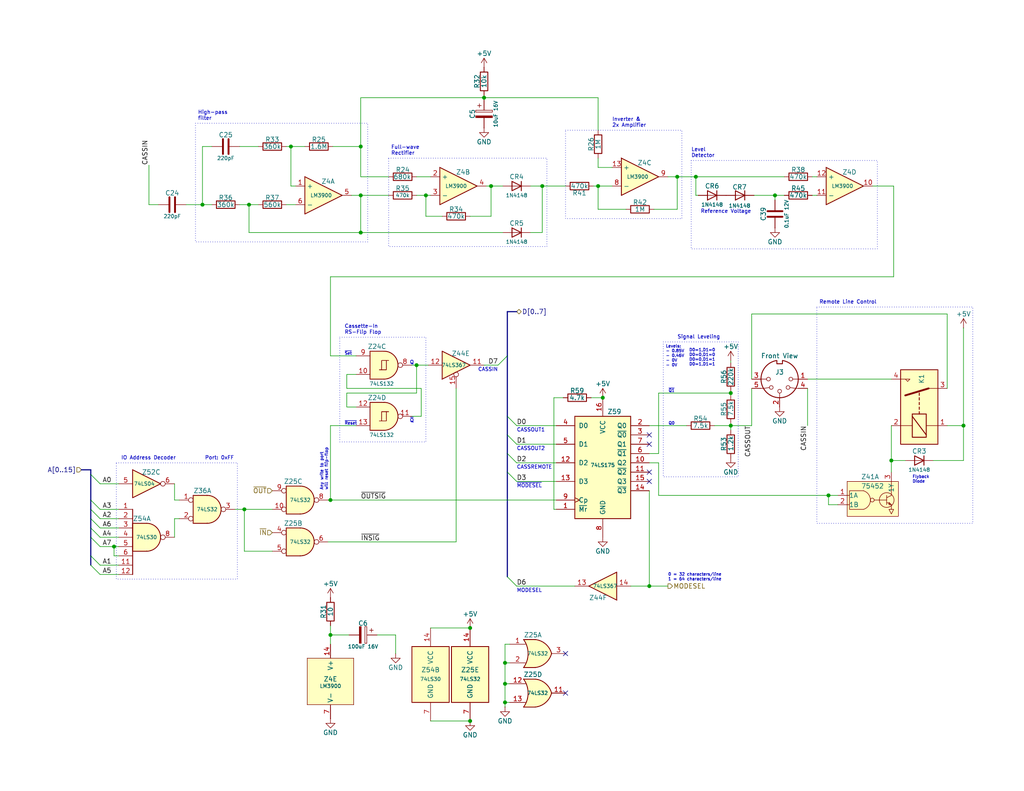
<source format=kicad_sch>
(kicad_sch (version 20231120) (generator "eeschema") (generator_version "8.0")
  (paper "USLetter")
  (title_block (title "TRS-80 Model I Rev A") (date "2024-11-20") (rev "E1A-A") (company "RetroStack - Marcel Erz") (comment 2 "Cassette motor control, input & output circuits, IO decoding, and video mode selection") (comment 4 "Cassette Interface with Video Mode Select"))
  (lib_symbols
    (symbol "74xx:74LS04"
      (property "Reference" "U" (at 0 1.27 0))
      (property "Value" "74LS04" (at 0 -1.27 0))
      (symbol "74LS04_1_0"
        (pin input line (at -7.62 0 0) (length 3.81) (name "~") (number "1"))
        (pin output inverted (at 7.62 0 180) (length 3.81) (name "~") (number "2"))
      )
      (symbol "74LS04_2_0"
        (pin input line (at -7.62 0 0) (length 3.81) (name "~") (number "3"))
        (pin output inverted (at 7.62 0 180) (length 3.81) (name "~") (number "4"))
      )
      (symbol "74LS04_3_0"
        (pin input line (at -7.62 0 0) (length 3.81) (name "~") (number "5"))
        (pin output inverted (at 7.62 0 180) (length 3.81) (name "~") (number "6"))
      )
      (symbol "74LS04_4_0"
        (pin output inverted (at 7.62 0 180) (length 3.81) (name "~") (number "8"))
        (pin input line (at -7.62 0 0) (length 3.81) (name "~") (number "9"))
      )
      (symbol "74LS04_5_0"
        (pin output inverted (at 7.62 0 180) (length 3.81) (name "~") (number "10"))
        (pin input line (at -7.62 0 0) (length 3.81) (name "~") (number "11"))
      )
      (symbol "74LS04_6_0"
        (pin output inverted (at 7.62 0 180) (length 3.81) (name "~") (number "12"))
        (pin input line (at -7.62 0 0) (length 3.81) (name "~") (number "13"))
      )
      (symbol "74LS04_7_0"
        (pin power_in line (at 0 12.7 270) (length 5.08) (name "VCC") (number "14"))
        (pin power_in line (at 0 -12.7 90) (length 5.08) (name "GND") (number "7"))
      )
    )
    (symbol "74xx:74LS132" (pin_names (offset 1.016))
      (property "Reference" "U" (at 0 1.27 0))
      (property "Value" "74LS132" (at 0 -1.27 0))
      (symbol "74LS132_1_1"
        (pin input line (at -7.62 2.54 0) (length 3.81) (name "~") (number "1"))
        (pin input line (at -7.62 -2.54 0) (length 3.81) (name "~") (number "2"))
        (pin output inverted (at 7.62 0 180) (length 3.81) (name "~") (number "3"))
      )
      (symbol "74LS132_1_2"
        (pin input inverted (at -7.62 2.54 0) (length 4.318) (name "~") (number "1"))
        (pin input inverted (at -7.62 -2.54 0) (length 4.318) (name "~") (number "2"))
        (pin output line (at 7.62 0 180) (length 3.81) (name "~") (number "3"))
      )
      (symbol "74LS132_2_1"
        (pin input line (at -7.62 2.54 0) (length 3.81) (name "~") (number "4"))
        (pin input line (at -7.62 -2.54 0) (length 3.81) (name "~") (number "5"))
        (pin output inverted (at 7.62 0 180) (length 3.81) (name "~") (number "6"))
      )
      (symbol "74LS132_2_2"
        (pin input inverted (at -7.62 2.54 0) (length 4.318) (name "~") (number "4"))
        (pin input inverted (at -7.62 -2.54 0) (length 4.318) (name "~") (number "5"))
        (pin output line (at 7.62 0 180) (length 3.81) (name "~") (number "6"))
      )
      (symbol "74LS132_3_1"
        (pin input line (at -7.62 -2.54 0) (length 3.81) (name "~") (number "10"))
        (pin output inverted (at 7.62 0 180) (length 3.81) (name "~") (number "8"))
        (pin input line (at -7.62 2.54 0) (length 3.81) (name "~") (number "9"))
      )
      (symbol "74LS132_3_2"
        (pin input inverted (at -7.62 -2.54 0) (length 4.318) (name "~") (number "10"))
        (pin output line (at 7.62 0 180) (length 3.81) (name "~") (number "8"))
        (pin input inverted (at -7.62 2.54 0) (length 4.318) (name "~") (number "9"))
      )
      (symbol "74LS132_4_1"
        (pin output inverted (at 7.62 0 180) (length 3.81) (name "~") (number "11"))
        (pin input line (at -7.62 2.54 0) (length 3.81) (name "~") (number "12"))
        (pin input line (at -7.62 -2.54 0) (length 3.81) (name "~") (number "13"))
      )
      (symbol "74LS132_4_2"
        (pin output line (at 7.62 0 180) (length 3.81) (name "~") (number "11"))
        (pin input inverted (at -7.62 2.54 0) (length 4.318) (name "~") (number "12"))
        (pin input inverted (at -7.62 -2.54 0) (length 4.318) (name "~") (number "13"))
      )
      (symbol "74LS132_5_0"
        (pin power_in line (at 0 12.7 270) (length 5.08) (name "VCC") (number "14"))
        (pin power_in line (at 0 -12.7 90) (length 5.08) (name "GND") (number "7"))
      )
    )
    (symbol "74xx:74LS175" (pin_names (offset 1.016))
      (property "Reference" "U" (at -7.62 13.97 0))
      (property "Value" "74LS175" (at -7.62 -16.51 0))
      (symbol "74LS175_1_0"
        (pin input line (at -12.7 -12.7 0) (length 5.08) (name "~{Mr}") (number "1"))
        (pin output line (at 12.7 0 180) (length 5.08) (name "Q2") (number "10"))
        (pin output line (at 12.7 -2.54 180) (length 5.08) (name "~{Q2}") (number "11"))
        (pin input line (at -12.7 0 0) (length 5.08) (name "D2") (number "12"))
        (pin input line (at -12.7 -5.08 0) (length 5.08) (name "D3") (number "13"))
        (pin output line (at 12.7 -7.62 180) (length 5.08) (name "~{Q3}") (number "14"))
        (pin output line (at 12.7 -5.08 180) (length 5.08) (name "Q3") (number "15"))
        (pin power_in line (at 0 17.78 270) (length 5.08) (name "VCC") (number "16"))
        (pin output line (at 12.7 10.16 180) (length 5.08) (name "Q0") (number "2"))
        (pin output line (at 12.7 7.62 180) (length 5.08) (name "~{Q0}") (number "3"))
        (pin input line (at -12.7 10.16 0) (length 5.08) (name "D0") (number "4"))
        (pin input line (at -12.7 5.08 0) (length 5.08) (name "D1") (number "5"))
        (pin output line (at 12.7 2.54 180) (length 5.08) (name "~{Q1}") (number "6"))
        (pin output line (at 12.7 5.08 180) (length 5.08) (name "Q1") (number "7"))
        (pin power_in line (at 0 -20.32 90) (length 5.08) (name "GND") (number "8"))
        (pin input clock (at -12.7 -10.16 0) (length 5.08) (name "Cp") (number "9"))
      )
    )
    (symbol "74xx:74LS30" (pin_names (offset 1.016))
      (property "Reference" "U" (at 0 1.27 0))
      (property "Value" "74LS30" (at 0 -1.27 0))
      (symbol "74LS30_1_1"
        (pin input line (at -7.62 7.62 0) (length 3.81) (name "~") (number "1"))
        (pin input line (at -7.62 -7.62 0) (length 3.81) (name "~") (number "11"))
        (pin input line (at -7.62 -10.16 0) (length 3.81) (name "~") (number "12"))
        (pin input line (at -7.62 5.08 0) (length 3.81) (name "~") (number "2"))
        (pin input line (at -7.62 2.54 0) (length 3.81) (name "~") (number "3"))
        (pin input line (at -7.62 0 0) (length 3.81) (name "~") (number "4"))
        (pin input line (at -7.62 -2.54 0) (length 3.81) (name "~") (number "5"))
        (pin input line (at -7.62 -5.08 0) (length 3.81) (name "~") (number "6"))
        (pin output inverted (at 7.62 0 180) (length 3.81) (name "~") (number "8"))
      )
      (symbol "74LS30_1_2"
        (pin input inverted (at -7.62 7.62 0) (length 3.81) (name "~") (number "1"))
        (pin input inverted (at -7.62 -7.62 0) (length 3.81) (name "~") (number "11"))
        (pin input inverted (at -7.62 -10.16 0) (length 3.81) (name "~") (number "12"))
        (pin input inverted (at -7.62 5.08 0) (length 3.81) (name "~") (number "2"))
        (pin input inverted (at -7.62 2.54 0) (length 4.5466) (name "~") (number "3"))
        (pin input inverted (at -7.62 0 0) (length 5.08) (name "~") (number "4"))
        (pin input inverted (at -7.62 -2.54 0) (length 4.5466) (name "~") (number "5"))
        (pin input inverted (at -7.62 -5.08 0) (length 3.81) (name "~") (number "6"))
        (pin output line (at 7.62 0 180) (length 3.81) (name "~") (number "8"))
      )
      (symbol "74LS30_2_0"
        (pin power_in line (at 0 12.7 270) (length 5.08) (name "VCC") (number "14"))
        (pin power_in line (at 0 -12.7 90) (length 5.08) (name "GND") (number "7"))
      )
    )
    (symbol "74xx:74LS32" (pin_names (offset 1.016))
      (property "Reference" "U" (at 0 1.27 0))
      (property "Value" "74LS32" (at 0 -1.27 0))
      (symbol "74LS32_1_1"
        (pin input line (at -7.62 2.54 0) (length 4.318) (name "~") (number "1"))
        (pin input line (at -7.62 -2.54 0) (length 4.318) (name "~") (number "2"))
        (pin output line (at 7.62 0 180) (length 3.81) (name "~") (number "3"))
      )
      (symbol "74LS32_1_2"
        (pin input inverted (at -7.62 2.54 0) (length 3.81) (name "~") (number "1"))
        (pin input inverted (at -7.62 -2.54 0) (length 3.81) (name "~") (number "2"))
        (pin output inverted (at 7.62 0 180) (length 3.81) (name "~") (number "3"))
      )
      (symbol "74LS32_2_1"
        (pin input line (at -7.62 2.54 0) (length 4.318) (name "~") (number "4"))
        (pin input line (at -7.62 -2.54 0) (length 4.318) (name "~") (number "5"))
        (pin output line (at 7.62 0 180) (length 3.81) (name "~") (number "6"))
      )
      (symbol "74LS32_2_2"
        (pin input inverted (at -7.62 2.54 0) (length 3.81) (name "~") (number "4"))
        (pin input inverted (at -7.62 -2.54 0) (length 3.81) (name "~") (number "5"))
        (pin output inverted (at 7.62 0 180) (length 3.81) (name "~") (number "6"))
      )
      (symbol "74LS32_3_1"
        (pin input line (at -7.62 -2.54 0) (length 4.318) (name "~") (number "10"))
        (pin output line (at 7.62 0 180) (length 3.81) (name "~") (number "8"))
        (pin input line (at -7.62 2.54 0) (length 4.318) (name "~") (number "9"))
      )
      (symbol "74LS32_3_2"
        (pin input inverted (at -7.62 -2.54 0) (length 3.81) (name "~") (number "10"))
        (pin output inverted (at 7.62 0 180) (length 3.81) (name "~") (number "8"))
        (pin input inverted (at -7.62 2.54 0) (length 3.81) (name "~") (number "9"))
      )
      (symbol "74LS32_4_1"
        (pin output line (at 7.62 0 180) (length 3.81) (name "~") (number "11"))
        (pin input line (at -7.62 2.54 0) (length 4.318) (name "~") (number "12"))
        (pin input line (at -7.62 -2.54 0) (length 4.318) (name "~") (number "13"))
      )
      (symbol "74LS32_4_2"
        (pin output inverted (at 7.62 0 180) (length 3.81) (name "~") (number "11"))
        (pin input inverted (at -7.62 2.54 0) (length 3.81) (name "~") (number "12"))
        (pin input inverted (at -7.62 -2.54 0) (length 3.81) (name "~") (number "13"))
      )
      (symbol "74LS32_5_0"
        (pin power_in line (at 0 12.7 270) (length 5.08) (name "VCC") (number "14"))
        (pin power_in line (at 0 -12.7 90) (length 5.08) (name "GND") (number "7"))
      )
    )
    (symbol "Connector:DIN-5_180degree" (pin_names (offset 1.016))
      (property "Reference" "J" (at 3.175 5.715 0))
      (property "Value" "DIN-5_180degree" (at 0 -6.35 0))
      (symbol "DIN-5_180degree_1_1"
        (pin passive line (at -7.62 0 0) (length 2.54) (name "~") (number "1"))
        (pin passive line (at 0 7.62 270) (length 2.54) (name "~") (number "2"))
        (pin passive line (at 7.62 0 180) (length 2.54) (name "~") (number "3"))
        (pin passive line (at -7.62 2.54 0) (length 2.54) (name "~") (number "4"))
        (pin passive line (at 7.62 2.54 180) (length 2.54) (name "~") (number "5"))
      )
    )
    (symbol "Device:C" (pin_numbers hide) (pin_names (offset 0.254))
      (property "Reference" "C" (at 0.635 2.54 0))
      (property "Value" "C" (at 0.635 -2.54 0))
      (symbol "C_1_1"
        (pin passive line (at 0 3.81 270) (length 2.794) (name "~") (number "1"))
        (pin passive line (at 0 -3.81 90) (length 2.794) (name "~") (number "2"))
      )
    )
    (symbol "Device:C_Polarized" (pin_numbers hide) (pin_names (offset 0.254))
      (property "Reference" "C" (at 0.635 2.54 0))
      (property "Value" "C_Polarized" (at 0.635 -2.54 0))
      (symbol "C_Polarized_1_1"
        (pin passive line (at 0 3.81 270) (length 2.794) (name "~") (number "1"))
        (pin passive line (at 0 -3.81 90) (length 2.794) (name "~") (number "2"))
      )
    )
    (symbol "Device:D" (pin_numbers hide) (pin_names (offset 1.016) hide)
      (property "Reference" "D" (at 0 2.54 0))
      (property "Value" "D" (at 0 -2.54 0))
      (symbol "D_1_1"
        (pin passive line (at -3.81 0 0) (length 2.54) (name "K") (number "1"))
        (pin passive line (at 3.81 0 180) (length 2.54) (name "A") (number "2"))
      )
    )
    (symbol "Device:R" (pin_numbers hide) (pin_names (offset 0))
      (property "Reference" "R" (at 2.032 0 90))
      (property "Value" "R" (at 0 0 90))
      (symbol "R_1_1"
        (pin passive line (at 0 3.81 270) (length 1.27) (name "~") (number "1"))
        (pin passive line (at 0 -3.81 90) (length 1.27) (name "~") (number "2"))
      )
    )
    (symbol "RetroStackLibrary:74LS367_Split" (pin_names (offset 1.016))
      (property "Reference" "U" (at 0 1.27 0))
      (property "Value" "74LS367" (at 0 -1.27 0))
      (symbol "74LS367_Split_1_0"
        (pin input inverted (at 0 6.35 270) (length 4.445) (name "~") (number "1"))
        (pin input line (at -7.62 0 0) (length 3.81) (name "~") (number "2"))
        (pin tri_state line (at 7.62 0 180) (length 3.81) (name "~") (number "3"))
      )
      (symbol "74LS367_Split_2_0"
        (pin input line (at -7.62 0 0) (length 3.81) (name "~") (number "4"))
        (pin tri_state line (at 7.62 0 180) (length 3.81) (name "~") (number "5"))
      )
      (symbol "74LS367_Split_3_0"
        (pin input line (at -7.62 0 0) (length 3.81) (name "~") (number "6"))
        (pin tri_state line (at 7.62 0 180) (length 3.81) (name "~") (number "7"))
      )
      (symbol "74LS367_Split_4_0"
        (pin input line (at -7.62 0 0) (length 3.81) (name "~") (number "10"))
        (pin tri_state line (at 7.62 0 180) (length 3.81) (name "~") (number "9"))
      )
      (symbol "74LS367_Split_5_0"
        (pin tri_state line (at 8.255 -6.35 180) (length 3.81) (name "~") (number "11"))
        (pin input line (at -6.985 -6.35 0) (length 3.81) (name "~") (number "12"))
        (pin input inverted (at 0.635 0 270) (length 4.445) (name "~") (number "15"))
      )
      (symbol "74LS367_Split_6_0"
        (pin tri_state line (at 7.62 0 180) (length 3.81) (name "~") (number "13"))
        (pin input line (at -7.62 0 0) (length 3.81) (name "~") (number "14"))
      )
      (symbol "74LS367_Split_7_0"
        (pin power_in line (at 0 1.905 270) (length 5.08) (name "VCC") (number "16"))
        (pin power_in line (at 0 -23.495 90) (length 5.08) (name "GND") (number "8"))
      )
    )
    (symbol "RetroStackLibrary:75452"
      (property "Reference" "U" (at 0 0 0))
      (property "Value" "75452" (at 0 -2.54 0))
      (symbol "75452_1_1"
        (pin input line (at -9.525 -5.08 0) (length 2.54) (name "1A") (number "1"))
        (pin input line (at -9.525 -7.62 0) (length 2.54) (name "1B") (number "2"))
        (pin passive line (at 5.08 1.27 270) (length 2.54) (name "1Y") (number "3"))
      )
      (symbol "75452_2_1"
        (pin passive line (at 5.08 1.27 270) (length 2.54) (name "2Y") (number "5"))
        (pin input line (at -9.525 -5.08 0) (length 2.54) (name "2A") (number "6"))
        (pin input line (at -9.525 -7.62 0) (length 2.54) (name "2B") (number "7"))
      )
      (symbol "75452_3_1"
        (pin passive line (at -1.905 -19.05 90) (length 2.54) (name "GND") (number "4"))
        (pin passive line (at -1.905 1.27 270) (length 2.54) (name "VCC") (number "8"))
      )
    )
    (symbol "RetroStackLibrary:LM3900"
      (property "Reference" "U" (at 0 5.08 0))
      (property "Value" "LM3900" (at 0 -3.175 0))
      (symbol "LM3900_1_1"
        (pin input line (at -7.62 2.54 0) (length 2.54) (name "+") (number "1"))
        (pin output line (at 7.62 0 180) (length 2.54) (name "~") (number "5"))
        (pin input line (at -7.62 -2.54 0) (length 2.54) (name "-") (number "6"))
      )
      (symbol "LM3900_2_1"
        (pin input line (at -7.62 2.54 0) (length 2.54) (name "+") (number "2"))
        (pin input line (at -7.62 -2.54 0) (length 2.54) (name "-") (number "3"))
        (pin output line (at 7.62 0 180) (length 2.54) (name "~") (number "4"))
      )
      (symbol "LM3900_3_1"
        (pin input line (at -7.62 2.54 0) (length 2.54) (name "+") (number "13"))
        (pin input line (at -7.62 -2.54 0) (length 2.54) (name "-") (number "8"))
        (pin output line (at 7.62 0 180) (length 2.54) (name "~") (number "9"))
      )
      (symbol "LM3900_4_1"
        (pin output line (at 7.62 0 180) (length 2.54) (name "~") (number "10"))
        (pin input line (at -7.62 -2.54 0) (length 2.54) (name "-") (number "11"))
        (pin input line (at -7.62 2.54 0) (length 2.54) (name "+") (number "12"))
      )
      (symbol "LM3900_5_1"
        (pin passive line (at 0 7.62 270) (length 3.81) (name "V+") (number "14"))
        (pin passive line (at 0 -12.7 90) (length 3.81) (name "V-") (number "7"))
      )
    )
    (symbol "RetroStackLibrary:TRS80_Model_I_Relay_NO"
      (property "Reference" "K" (at 11.43 3.81 0))
      (property "Value" "Relay_SPST-NO" (at 11.43 1.27 0))
      (symbol "TRS80_Model_I_Relay_NO_1_1"
        (pin passive line (at -5.08 -7.62 90) (length 2.54) (name "~") (number "1"))
        (pin passive line (at -5.08 7.62 270) (length 2.54) (name "~") (number "2"))
        (pin passive line (at 5.08 -7.62 90) (length 2.54) (name "~") (number "3"))
        (pin passive line (at 7.62 7.62 270) (length 2.54) (name "~") (number "4"))
      )
    )
    (symbol "power:+5V" (power) (pin_numbers hide) (pin_names (offset 0) hide)
      (property "Value" "+5V" (at 0 3.556 0))
      (symbol "+5V_1_1"
        (pin power_in line (at 0 0 90) (length 0) (name "~") (number "1"))
      )
    )
    (symbol "power:GND" (power) (pin_numbers hide) (pin_names (offset 0) hide)
      (property "Value" "GND" (at 0 -3.81 0))
      (symbol "GND_1_1"
        (pin power_in line (at 0 0 270) (length 0) (name "~") (number "1"))
      )
    )
  )
  (junction (at 163.195 50.8))
  (junction (at 164.465 108.585))
  (junction (at 116.205 53.34))
  (junction (at 90.17 136.525))
  (junction (at 177.165 160.02))
  (junction (at 113.665 99.695))
  (junction (at 90.17 173.355))
  (junction (at 199.39 116.205))
  (junction (at 211.455 53.34))
  (junction (at 79.375 40.005))
  (junction (at 98.425 63.5))
  (junction (at 199.39 107.315))
  (junction (at 147.955 50.8))
  (junction (at 226.06 135.255))
  (junction (at 98.425 53.34))
  (junction (at 67.945 55.88))
  (junction (at 137.795 186.69))
  (junction (at 98.425 40.005))
  (junction (at 31.115 149.225))
  (junction (at 132.08 26.67))
  (junction (at 128.27 171.45))
  (junction (at 262.89 116.205))
  (junction (at 184.785 48.26))
  (junction (at 137.795 180.975))
  (junction (at 66.675 139.065))
  (junction (at 133.985 50.8))
  (junction (at 55.245 55.88))
  (junction (at 128.27 196.85))
  (junction (at 137.795 191.77))
  (junction (at 189.865 48.26))
  (junction (at 243.205 125.73))
  (no_connect (at 177.165 128.905))
  (no_connect (at 177.165 121.285))
  (no_connect (at 177.165 118.745))
  (no_connect (at 154.305 189.23))
  (no_connect (at 154.305 178.435))
  (no_connect (at 177.165 131.445))
  (bus_entry (at 24.765 139.065) (size 2.54 2.54))
  (bus_entry (at 140.97 131.445) (size -2.54 -2.54))
  (bus_entry (at 140.97 121.285) (size -2.54 -2.54))
  (bus_entry (at 140.97 160.02) (size -2.54 -2.54))
  (bus_entry (at 24.765 146.685) (size 2.54 2.54))
  (bus_entry (at 24.765 141.605) (size 2.54 2.54))
  (bus_entry (at 140.97 126.365) (size -2.54 -2.54))
  (bus_entry (at 135.89 99.695) (size 2.54 -2.54))
  (bus_entry (at 24.765 154.305) (size 2.54 2.54))
  (bus_entry (at 24.765 144.145) (size 2.54 2.54))
  (bus_entry (at 24.765 129.54) (size 2.54 2.54))
  (bus_entry (at 24.765 136.525) (size 2.54 2.54))
  (bus_entry (at 140.97 116.205) (size -2.54 -2.54))
  (bus_entry (at 24.765 151.765) (size 2.54 2.54))
  (wire (pts (xy 74.295 150.495) (xy 66.675 150.495)))
  (bus (pts (xy 138.43 113.665) (xy 138.43 118.745)))
  (wire (pts (xy 27.305 132.08) (xy 32.385 132.08)))
  (bus (pts (xy 24.765 141.605) (xy 24.765 139.065)))
  (wire (pts (xy 187.325 116.205) (xy 177.165 116.205)))
  (wire (pts (xy 78.105 55.88) (xy 80.645 55.88)))
  (wire (pts (xy 184.785 57.15) (xy 184.785 48.26)))
  (wire (pts (xy 79.375 50.8) (xy 80.645 50.8)))
  (wire (pts (xy 220.345 103.505) (xy 243.205 103.505)))
  (wire (pts (xy 27.305 146.685) (xy 32.385 146.685)))
  (wire (pts (xy 226.06 137.795) (xy 226.06 135.255)))
  (wire (pts (xy 133.985 50.8) (xy 132.715 50.8)))
  (wire (pts (xy 94.615 102.235) (xy 94.615 106.045)))
  (wire (pts (xy 189.865 48.26) (xy 213.995 48.26)))
  (wire (pts (xy 47.625 136.525) (xy 47.625 132.08)))
  (wire (pts (xy 31.115 151.765) (xy 31.115 149.225)))
  (wire (pts (xy 113.665 48.26) (xy 117.475 48.26)))
  (wire (pts (xy 137.795 180.975) (xy 137.795 186.69)))
  (bus (pts (xy 138.43 85.09) (xy 140.97 85.09)))
  (bus (pts (xy 138.43 97.155) (xy 138.43 113.665)))
  (wire (pts (xy 32.385 151.765) (xy 31.115 151.765)))
  (wire (pts (xy 254.635 125.73) (xy 262.89 125.73)))
  (bus (pts (xy 138.43 128.905) (xy 138.43 157.48)))
  (bus (pts (xy 138.43 118.745) (xy 138.43 123.825)))
  (wire (pts (xy 205.105 106.045) (xy 205.105 116.205)))
  (wire (pts (xy 97.155 97.155) (xy 90.17 97.155)))
  (wire (pts (xy 90.17 116.205) (xy 90.17 136.525)))
  (wire (pts (xy 65.405 40.005) (xy 70.485 40.005)))
  (wire (pts (xy 116.205 53.34) (xy 113.665 53.34)))
  (wire (pts (xy 48.895 141.605) (xy 47.625 141.605)))
  (wire (pts (xy 116.205 59.055) (xy 116.205 53.34)))
  (wire (pts (xy 199.39 98.425) (xy 199.39 99.06)))
  (wire (pts (xy 55.245 55.88) (xy 55.245 40.005)))
  (wire (pts (xy 89.535 136.525) (xy 90.17 136.525)))
  (wire (pts (xy 98.425 63.5) (xy 137.16 63.5)))
  (wire (pts (xy 177.165 160.02) (xy 182.245 160.02)))
  (wire (pts (xy 258.445 85.725) (xy 258.445 106.045)))
  (wire (pts (xy 83.185 40.005) (xy 79.375 40.005)))
  (wire (pts (xy 95.25 173.355) (xy 90.17 173.355)))
  (wire (pts (xy 98.425 26.67) (xy 98.425 40.005)))
  (wire (pts (xy 114.935 113.665) (xy 112.395 113.665)))
  (bus (pts (xy 22.225 128.27) (xy 24.765 128.27)))
  (wire (pts (xy 57.785 55.88) (xy 55.245 55.88)))
  (wire (pts (xy 194.945 116.205) (xy 199.39 116.205)))
  (wire (pts (xy 97.155 116.205) (xy 90.17 116.205)))
  (wire (pts (xy 102.87 173.355) (xy 107.95 173.355)))
  (wire (pts (xy 79.375 40.005) (xy 79.375 50.8)))
  (wire (pts (xy 137.795 186.69) (xy 139.065 186.69)))
  (wire (pts (xy 153.67 108.585) (xy 151.13 108.585)))
  (wire (pts (xy 228.6 137.795) (xy 226.06 137.795)))
  (wire (pts (xy 90.17 75.565) (xy 243.84 75.565)))
  (wire (pts (xy 132.08 26.035) (xy 132.08 26.67)))
  (wire (pts (xy 132.08 26.67) (xy 98.425 26.67)))
  (wire (pts (xy 179.705 123.825) (xy 177.165 123.825)))
  (wire (pts (xy 184.785 48.26) (xy 189.865 48.26)))
  (wire (pts (xy 90.17 136.525) (xy 151.765 136.525)))
  (wire (pts (xy 137.16 50.8) (xy 133.985 50.8)))
  (wire (pts (xy 139.065 175.895) (xy 137.795 175.895)))
  (wire (pts (xy 43.18 55.88) (xy 40.64 55.88)))
  (wire (pts (xy 114.935 106.045) (xy 114.935 113.665)))
  (wire (pts (xy 98.425 53.34) (xy 95.885 53.34)))
  (wire (pts (xy 89.535 147.955) (xy 124.46 147.955)))
  (wire (pts (xy 137.795 186.69) (xy 137.795 191.77)))
  (wire (pts (xy 132.08 99.695) (xy 135.89 99.695)))
  (wire (pts (xy 64.135 139.065) (xy 66.675 139.065)))
  (bus (pts (xy 138.43 85.09) (xy 138.43 97.155)))
  (bus (pts (xy 24.765 154.305) (xy 24.765 151.765)))
  (wire (pts (xy 66.675 150.495) (xy 66.675 139.065)))
  (wire (pts (xy 128.27 59.055) (xy 133.985 59.055)))
  (wire (pts (xy 66.675 139.065) (xy 74.295 139.065)))
  (wire (pts (xy 27.305 156.845) (xy 32.385 156.845)))
  (wire (pts (xy 243.84 50.8) (xy 238.125 50.8)))
  (wire (pts (xy 172.085 160.02) (xy 177.165 160.02)))
  (wire (pts (xy 132.08 26.67) (xy 163.195 26.67)))
  (wire (pts (xy 163.195 43.18) (xy 163.195 45.72)))
  (bus (pts (xy 24.765 139.065) (xy 24.765 136.525)))
  (wire (pts (xy 179.705 135.255) (xy 226.06 135.255)))
  (wire (pts (xy 65.405 55.88) (xy 67.945 55.88)))
  (wire (pts (xy 117.475 196.85) (xy 128.27 196.85)))
  (wire (pts (xy 205.105 103.505) (xy 205.105 85.725)))
  (wire (pts (xy 177.165 160.02) (xy 177.165 133.985)))
  (wire (pts (xy 178.435 57.15) (xy 184.785 57.15)))
  (wire (pts (xy 179.705 126.365) (xy 179.705 135.255)))
  (wire (pts (xy 258.445 116.205) (xy 262.89 116.205)))
  (bus (pts (xy 24.765 136.525) (xy 24.765 129.54)))
  (bus (pts (xy 138.43 123.825) (xy 138.43 128.905)))
  (wire (pts (xy 112.395 99.695) (xy 113.665 99.695)))
  (wire (pts (xy 179.705 107.315) (xy 199.39 107.315)))
  (wire (pts (xy 243.205 116.205) (xy 243.205 125.73)))
  (wire (pts (xy 163.195 45.72) (xy 167.005 45.72)))
  (bus (pts (xy 24.765 146.685) (xy 24.765 144.145)))
  (wire (pts (xy 151.13 139.065) (xy 151.765 139.065)))
  (wire (pts (xy 113.665 99.695) (xy 116.84 99.695)))
  (wire (pts (xy 199.39 117.475) (xy 199.39 116.205)))
  (wire (pts (xy 199.39 115.57) (xy 199.39 116.205)))
  (wire (pts (xy 151.13 108.585) (xy 151.13 139.065)))
  (wire (pts (xy 179.705 107.315) (xy 179.705 123.825)))
  (wire (pts (xy 90.17 97.155) (xy 90.17 75.565)))
  (wire (pts (xy 221.615 48.26) (xy 222.885 48.26)))
  (wire (pts (xy 140.97 160.02) (xy 156.845 160.02)))
  (wire (pts (xy 90.17 173.355) (xy 90.17 175.895)))
  (wire (pts (xy 117.475 171.45) (xy 128.27 171.45)))
  (wire (pts (xy 137.795 191.77) (xy 137.795 193.04)))
  (wire (pts (xy 55.245 40.005) (xy 57.785 40.005)))
  (wire (pts (xy 221.615 53.34) (xy 222.885 53.34)))
  (wire (pts (xy 94.615 107.315) (xy 94.615 111.125)))
  (wire (pts (xy 98.425 63.5) (xy 67.945 63.5)))
  (wire (pts (xy 78.105 40.005) (xy 79.375 40.005)))
  (wire (pts (xy 177.165 126.365) (xy 179.705 126.365)))
  (wire (pts (xy 199.39 106.68) (xy 199.39 107.315)))
  (wire (pts (xy 140.97 126.365) (xy 151.765 126.365)))
  (wire (pts (xy 140.97 131.445) (xy 151.765 131.445)))
  (wire (pts (xy 220.345 106.045) (xy 220.345 116.205)))
  (wire (pts (xy 31.115 149.225) (xy 32.385 149.225)))
  (wire (pts (xy 163.195 50.8) (xy 163.195 57.15)))
  (wire (pts (xy 147.955 50.8) (xy 154.305 50.8)))
  (wire (pts (xy 161.925 50.8) (xy 163.195 50.8)))
  (wire (pts (xy 137.795 175.895) (xy 137.795 180.975)))
  (wire (pts (xy 67.945 63.5) (xy 67.945 55.88)))
  (wire (pts (xy 106.045 48.26) (xy 98.425 48.26)))
  (wire (pts (xy 90.805 40.005) (xy 98.425 40.005)))
  (wire (pts (xy 182.245 48.26) (xy 184.785 48.26)))
  (bus (pts (xy 24.765 151.765) (xy 24.765 146.685)))
  (bus (pts (xy 24.765 129.54) (xy 24.765 128.27)))
  (wire (pts (xy 262.89 116.205) (xy 262.89 89.535)))
  (wire (pts (xy 113.665 99.695) (xy 113.665 107.315)))
  (wire (pts (xy 55.245 55.88) (xy 50.8 55.88)))
  (wire (pts (xy 98.425 63.5) (xy 98.425 53.34)))
  (wire (pts (xy 90.17 170.815) (xy 90.17 173.355)))
  (wire (pts (xy 163.195 26.67) (xy 163.195 35.56)))
  (wire (pts (xy 211.455 53.34) (xy 211.455 54.61)))
  (wire (pts (xy 147.955 63.5) (xy 147.955 50.8)))
  (wire (pts (xy 226.06 135.255) (xy 228.6 135.255)))
  (wire (pts (xy 199.39 107.315) (xy 199.39 107.95)))
  (wire (pts (xy 205.74 53.34) (xy 211.455 53.34)))
  (wire (pts (xy 132.08 27.305) (xy 132.08 26.67)))
  (wire (pts (xy 48.895 136.525) (xy 47.625 136.525)))
  (wire (pts (xy 140.97 121.285) (xy 151.765 121.285)))
  (wire (pts (xy 67.945 55.88) (xy 70.485 55.88)))
  (wire (pts (xy 124.46 147.955) (xy 124.46 106.045)))
  (wire (pts (xy 161.29 108.585) (xy 164.465 108.585)))
  (wire (pts (xy 199.39 116.205) (xy 205.105 116.205)))
  (wire (pts (xy 27.305 141.605) (xy 32.385 141.605)))
  (wire (pts (xy 94.615 111.125) (xy 97.155 111.125)))
  (wire (pts (xy 106.045 53.34) (xy 98.425 53.34)))
  (wire (pts (xy 27.305 139.065) (xy 32.385 139.065)))
  (wire (pts (xy 94.615 106.045) (xy 114.935 106.045)))
  (wire (pts (xy 27.305 144.145) (xy 32.385 144.145)))
  (wire (pts (xy 189.865 53.34) (xy 189.865 48.26)))
  (wire (pts (xy 243.205 125.73) (xy 247.015 125.73)))
  (wire (pts (xy 243.84 75.565) (xy 243.84 50.8)))
  (wire (pts (xy 140.97 116.205) (xy 151.765 116.205)))
  (wire (pts (xy 205.105 85.725) (xy 258.445 85.725)))
  (wire (pts (xy 47.625 141.605) (xy 47.625 146.685)))
  (wire (pts (xy 113.665 107.315) (xy 94.615 107.315)))
  (wire (pts (xy 117.475 53.34) (xy 116.205 53.34)))
  (wire (pts (xy 97.155 102.235) (xy 94.615 102.235)))
  (wire (pts (xy 120.65 59.055) (xy 116.205 59.055)))
  (wire (pts (xy 27.305 149.225) (xy 31.115 149.225)))
  (wire (pts (xy 144.78 63.5) (xy 147.955 63.5)))
  (wire (pts (xy 137.795 191.77) (xy 139.065 191.77)))
  (wire (pts (xy 211.455 53.34) (xy 213.995 53.34)))
  (wire (pts (xy 133.985 59.055) (xy 133.985 50.8)))
  (wire (pts (xy 107.95 173.355) (xy 107.95 178.435)))
  (wire (pts (xy 163.195 57.15) (xy 170.815 57.15)))
  (bus (pts (xy 24.765 144.145) (xy 24.765 141.605)))
  (wire (pts (xy 98.425 48.26) (xy 98.425 40.005)))
  (wire (pts (xy 40.64 45.085) (xy 40.64 55.88)))
  (wire (pts (xy 163.195 50.8) (xy 167.005 50.8)))
  (wire (pts (xy 137.795 180.975) (xy 139.065 180.975)))
  (wire (pts (xy 144.78 50.8) (xy 147.955 50.8)))
  (wire (pts (xy 27.305 154.305) (xy 32.385 154.305)))
  (wire (pts (xy 189.865 53.34) (xy 190.5 53.34)))
  (wire (pts (xy 262.89 125.73) (xy 262.89 116.205)))
  (wire (pts (xy 243.205 128.905) (xy 243.205 125.73)))
  (rectangle (start 92.71 92.075) (end 116.205 120.65) (stroke (width 0) (type dot)))
  (rectangle (start 180.975 93.345) (end 201.422 130.175) (stroke (width 0) (type dot)))
  (rectangle (start 53.34 33.655) (end 100.33 66.04) (stroke (width 0) (type dot)))
  (rectangle (start 106.045 43.18) (end 149.225 67.31) (stroke (width 0) (type dot)))
  (rectangle (start 222.885 83.82) (end 265.43 142.875) (stroke (width 0) (type dot)))
  (rectangle (start 154.305 35.56) (end 186.055 59.69) (stroke (width 0) (type dot)))
  (rectangle (start 31.75 126.365) (end 64.77 158.115) (stroke (width 0) (type dot)))
  (rectangle (start 188.595 43.815) (end 239.395 67.945) (stroke (width 0) (type dot)))
  (text "~{MODESEL}" (at 140.97 133.35 0) (effects (font (size 1 1)) (justify left bottom)))
  (text "0 = 32 characters/line\n1 = 64 characters/line\n" (at 182.245 158.75 0) (effects (font (size 0.8 0.8)) (justify left bottom)))
  (text "Full-wave\nRectifier" (at 106.68 42.545 0) (effects (font (size 1 1)) (justify left bottom)))
  (text "Level\nDetector" (at 188.595 43.18 0) (effects (font (size 1 1)) (justify left bottom)))
  (text "Q0" (at 184.15 116.205 0) (effects (font (size 0.8 0.8)) (justify right bottom)))
  (text "High-pass\nfilter" (at 53.975 33.02 0) (effects (font (size 1 1)) (justify left bottom)))
  (text "Reference Voltage" (at 191.135 58.42 0) (effects (font (size 1 1)) (justify left bottom)))
  (text "Any write to port\nwill reset flip-flop" (at 89.535 133.985 90) (effects (font (size 0.8 0.8)) (justify left bottom)))
  (text "IO Address Decoder" (at 33.02 125.73 0) (effects (font (size 1 1)) (justify left bottom)))
  (text "CASSREMOTE" (at 140.97 128.27 0) (effects (font (size 1 1)) (justify left bottom)))
  (text "Remote Line Control" (at 223.52 83.185 0) (effects (font (size 1 1)) (justify left bottom)))
  (text "Port: 0xFF" (at 55.88 125.73 0) (effects (font (size 1 1)) (justify left bottom)))
  (text "~{Q}" (at 111.76 115.57 0) (effects (font (size 1 1)) (justify left bottom)))
  (text "Q" (at 111.76 99.695 0) (effects (font (size 1 1)) (justify left bottom)))
  (text "CASSOUT1" (at 140.97 118.11 0) (effects (font (size 1 1)) (justify left bottom)))
  (text "Flyback\nDiode" (at 248.92 132.08 0) (effects (font (size 0.8 0.8)) (justify left bottom)))
  (text "Signal Leveling" (at 184.785 92.71 0) (effects (font (size 1 1)) (justify left bottom)))
  (text "CASSOUT2" (at 140.97 123.19 0) (effects (font (size 1 1)) (justify left bottom)))
  (text "CASSIN" (at 135.89 101.6 0) (effects (font (size 1 1)) (justify right bottom)))
  (text "MODESEL" (at 140.97 161.925 0) (effects (font (size 1 1)) (justify left bottom)))
  (text "Cassette-In\nRS-Flip Flop" (at 93.98 91.44 0) (effects (font (size 1 1)) (justify left bottom)))
  (text "~{Q1}" (at 184.15 107.315 0) (effects (font (size 0.8 0.8)) (justify right bottom)))
  (text "Levels:\n- 0.85V\n- 0.46V\n- 0V\n- 0V" (at 181.61 100.33 0) (effects (font (size 0.8 0.8)) (justify left bottom)))
  (text "Inverter &\n2x Amplifier" (at 167.005 34.925 0) (effects (font (size 1 1)) (justify left bottom)))
  (text "~{Reset}" (at 93.98 116.205 0) (effects (font (size 0.8 0.8)) (justify left bottom)))
  (text "~{Set}" (at 93.98 97.155 0) (effects (font (size 0.8 0.8)) (justify left bottom)))
  (text "D0=1,D1=0\nD0=0,D1=0\nD0=0,D1=1\nD0=1,D1=1" (at 195.199 100.076 0) (effects (font (size 0.8 0.8)) (justify right bottom)))
  (label "A4" (at 27.94 146.685 0))
  (label "D0" (at 140.97 116.205 0))
  (label "A3" (at 27.94 139.065 0))
  (label "A7" (at 27.94 149.225 0))
  (label "D2" (at 140.97 126.365 0))
  (label "CASSOUT" (at 205.105 116.205 270))
  (label "~{INSIG}" (at 98.425 147.955 0))
  (label "A2" (at 27.94 141.605 0))
  (label "D3" (at 140.97 131.445 0))
  (label "D6" (at 140.97 160.02 0))
  (label "~{OUTSIG}" (at 98.425 136.525 0))
  (label "A6" (at 27.94 144.145 0))
  (label "CASSIN" (at 220.345 116.205 270))
  (label "A5" (at 27.94 156.845 0))
  (label "A1" (at 27.94 154.305 0))
  (label "D7" (at 135.89 99.695 180))
  (label "A0" (at 27.94 132.08 0))
  (label "D1" (at 140.97 121.285 0))
  (label "CASSIN" (at 40.64 45.085 90))
  (hierarchical_label "A[0..15]" (shape input) (at 22.225 128.27 180))
  (hierarchical_label "MODESEL" (shape output) (at 182.245 160.02 0))
  (hierarchical_label "D[0..7]" (shape bidirectional) (at 140.97 85.09 0))
  (hierarchical_label "~{IN}" (shape input) (at 74.295 145.415 180))
  (hierarchical_label "~{OUT}" (shape input) (at 74.295 133.985 180))
  (symbol (lib_id "Device:C_Polarized") (at 99.06 173.355 270) (unit 1)
    (property "Reference" "C6" (at 99.06 170.18 90))
    (property "Value" "100uF 16V" (at 99.06 176.53 90) (effects (font (size 1 1))))
    (property "Footprint" "RetroStackLibrary:TRS80_Model_I_C_Pol_Radial_10D_5P" (effects (hide yes)))
  )
  (symbol (lib_id "Device:R") (at 74.295 40.005 90) (mirror x) (unit 1)
    (property "Reference" "R33" (at 74.295 38.1 90))
    (property "Value" "360k" (at 74.295 40.005 90))
    (property "Footprint" "RetroStackLibrary:TRS80_Model_I_R_0.25W" (effects (hide yes)))
  )
  (symbol (lib_id "74xx:74LS32") (at 128.27 184.15 0) (unit 5)
    (property "Reference" "Z25" (at 128.27 182.88 0))
    (property "Value" "74LS32" (at 128.27 185.42 0) (effects (font (size 1 1))))
    (property "Footprint" "RetroStackLibrary:TRS80_Model_I_DIP14" (effects (hide yes)))
    (property "Datasheet" "http://www.ti.com/lit/gpn/sn74LS32" (effects (hide yes)))
  )
  (symbol (lib_id "Device:R") (at 86.995 40.005 90) (mirror x) (unit 1)
    (property "Reference" "R25" (at 86.995 38.1 90))
    (property "Value" "1.6M" (at 86.995 40.005 90))
    (property "Footprint" "RetroStackLibrary:TRS80_Model_I_R_0.25W" (effects (hide yes)))
  )
  (symbol (lib_id "Device:C") (at 211.455 58.42 180) (unit 1)
    (property "Reference" "C39" (at 208.28 58.42 90))
    (property "Value" "0.1uF 12V" (at 214.63 58.42 90) (effects (font (size 1 1))))
    (property "Footprint" "RetroStackLibrary:TRS80_Model_I_C_Disc_9.5L_4W_6P_Small" (effects (hide yes)))
  )
  (symbol (lib_id "Device:R") (at 199.39 121.285 180) (unit 1)
    (property "Reference" "R53" (at 197.485 123.19 90) (effects (justify right)))
    (property "Value" "1.2k" (at 199.39 123.19 90) (effects (justify right)))
    (property "Footprint" "RetroStackLibrary:TRS80_Model_I_R_0.25W" (effects (hide yes)))
  )
  (symbol (lib_id "Device:R") (at 74.295 55.88 90) (mirror x) (unit 1)
    (property "Reference" "R37" (at 74.295 53.975 90))
    (property "Value" "560k" (at 74.295 55.88 90))
    (property "Footprint" "RetroStackLibrary:TRS80_Model_I_R_0.25W" (effects (hide yes)))
  )
  (symbol (lib_id "74xx:74LS30") (at 117.475 184.15 0) (unit 2)
    (property "Reference" "Z54" (at 117.475 182.88 0))
    (property "Value" "74LS30" (at 117.475 185.42 0) (effects (font (size 1 1))))
    (property "Footprint" "RetroStackLibrary:TRS80_Model_I_DIP14" (effects (hide yes)))
    (property "Datasheet" "http://www.ti.com/lit/gpn/sn74LS30" (effects (hide yes)))
  )
  (symbol (lib_id "Device:R") (at 109.855 53.34 90) (mirror x) (unit 1)
    (property "Reference" "R35" (at 109.855 51.435 90))
    (property "Value" "470k" (at 109.855 53.34 90) (effects (font (size 1 1))))
    (property "Footprint" "RetroStackLibrary:TRS80_Model_I_R_0.25W" (effects (hide yes)))
  )
  (symbol (lib_id "power:+5V") (at 164.465 108.585 0) (unit 1)
    (property "Reference" "#PWR030" (effects (hide yes)))
    (property "Value" "+5V" (at 164.465 104.775 0))
    (property "Description" "Power symbol creates a global label with name \"+5V\"" (effects (hide yes)))
  )
  (symbol (lib_id "Device:R") (at 132.08 22.225 180) (unit 1)
    (property "Reference" "R32" (at 130.175 22.225 90))
    (property "Value" "10k" (at 132.08 22.225 90))
    (property "Footprint" "RetroStackLibrary:TRS80_Model_I_R_0.25W" (effects (hide yes)))
  )
  (symbol (lib_id "power:+5V") (at 90.17 163.195 0) (unit 1)
    (property "Reference" "#PWR079" (effects (hide yes)))
    (property "Value" "+5V" (at 90.17 159.385 0))
    (property "Description" "Power symbol creates a global label with name \"+5V\"" (effects (hide yes)))
  )
  (symbol (lib_id "Device:C") (at 61.595 40.005 90) (mirror x) (unit 1)
    (property "Reference" "C25" (at 61.595 36.83 90))
    (property "Value" "220pF" (at 61.595 43.18 90) (effects (font (size 1 1))))
    (property "Footprint" "RetroStackLibrary:TRS80_Model_I_C_Disc_9.5L_4W_6P_Small" (effects (hide yes)))
  )
  (symbol (lib_id "Device:D") (at 201.93 53.34 180) (unit 1)
    (property "Reference" "CR7" (at 201.8026 51.0778 0))
    (property "Value" "1N4148" (at 201.8026 56.1578 0) (effects (font (size 1 1))))
    (property "Footprint" "RetroStackLibrary:TRS80_Model_I_D" (effects (hide yes)))
    (property "Sim.Device" "D" (effects (hide yes)))
    (property "Sim.Pins" "1=K 2=A" (effects (hide yes)))
  )
  (symbol (lib_id "74xx:74LS32") (at 146.685 178.435 0) (unit 1)
    (property "Reference" "Z25" (at 145.415 173.355 0))
    (property "Value" "74LS32" (at 146.685 178.435 0) (effects (font (size 1 1))))
    (property "Footprint" "RetroStackLibrary:TRS80_Model_I_DIP14" (effects (hide yes)))
    (property "Datasheet" "http://www.ti.com/lit/gpn/sn74LS32" (effects (hide yes)))
  )
  (symbol (lib_id "power:GND") (at 211.455 62.23 0) (unit 1)
    (property "Reference" "#PWR075" (effects (hide yes)))
    (property "Value" "GND" (at 211.455 66.04 0))
    (property "Description" "Power symbol creates a global label with name \"GND\" , ground" (effects (hide yes)))
  )
  (symbol (lib_id "RetroStackLibrary:75452") (at 238.125 130.175 0) (unit 1)
    (property "Reference" "Z41" (at 234.95 130.175 0) (effects (justify left)))
    (property "Value" "75452" (at 234.95 132.715 0) (effects (justify left)))
    (property "Footprint" "RetroStackLibrary:TRS80_Model_I_DIP8" (effects (hide yes)))
    (property "Datasheet" "https://www.ti.com/lit/ds/symlink/sn75452b.pdf" (effects (hide yes)))
  )
  (symbol (lib_id "Device:R") (at 158.115 50.8 90) (mirror x) (unit 1)
    (property "Reference" "R41" (at 158.115 52.705 90))
    (property "Value" "470k" (at 158.115 50.8 90))
    (property "Footprint" "RetroStackLibrary:TRS80_Model_I_R_0.25W" (effects (hide yes)))
  )
  (symbol (lib_id "RetroStackLibrary:74LS367_Split") (at 164.465 160.02 180) (unit 6)
    (property "Reference" "Z44" (at 163.195 163.195 0))
    (property "Value" "74LS367" (at 165.1 160.02 0) (effects (font (size 1 1))))
    (property "Footprint" "RetroStackLibrary:TRS80_Model_I_DIP16" (effects (hide yes)))
    (property "Datasheet" "https://www.ti.com/lit/ds/symlink/sn74ls367a.pdf" (effects (hide yes)))
  )
  (symbol (lib_id "Device:R") (at 163.195 39.37 0) (mirror y) (unit 1)
    (property "Reference" "R26" (at 161.29 39.37 90))
    (property "Value" "1M" (at 163.195 39.37 90))
    (property "Footprint" "RetroStackLibrary:TRS80_Model_I_R_0.25W" (effects (hide yes)))
  )
  (symbol (lib_id "power:GND") (at 212.725 111.125 0) (unit 1)
    (property "Reference" "#PWR073" (effects (hide yes)))
    (property "Value" "GND" (at 212.725 114.935 0))
    (property "Description" "Power symbol creates a global label with name \"GND\" , ground" (effects (hide yes)))
  )
  (symbol (lib_id "RetroStackLibrary:LM3900") (at 230.505 50.8 0) (unit 4)
    (property "Reference" "Z4" (at 231.775 46.99 0))
    (property "Value" "LM3900" (at 229.87 50.8 0) (effects (font (size 1 1))))
    (property "Footprint" "RetroStackLibrary:TRS80_Model_I_DIP14" (effects (hide yes)))
    (property "Datasheet" "https://www.ti.com/lit/ds/symlink/lm3900.pdf" (effects (hide yes)))
  )
  (symbol (lib_id "74xx:74LS04") (at 40.005 132.08 0) (unit 3)
    (property "Reference" "Z52" (at 41.275 128.905 0))
    (property "Value" "74LS04" (at 39.37 132.08 0) (effects (font (size 1 1))))
    (property "Footprint" "RetroStackLibrary:TRS80_Model_I_DIP14" (effects (hide yes)))
    (property "Datasheet" "http://www.ti.com/lit/gpn/sn74LS04" (effects (hide yes)))
  )
  (symbol (lib_id "power:GND") (at 107.95 178.435 0) (unit 1)
    (property "Reference" "#PWR081" (effects (hide yes)))
    (property "Value" "GND" (at 107.95 182.245 0))
    (property "Description" "Power symbol creates a global label with name \"GND\" , ground" (effects (hide yes)))
  )
  (symbol (lib_id "RetroStackLibrary:LM3900") (at 88.265 53.34 0) (unit 1)
    (property "Reference" "Z4" (at 89.535 49.53 0))
    (property "Value" "LM3900" (at 87.63 53.34 0) (effects (font (size 1 1))))
    (property "Footprint" "RetroStackLibrary:TRS80_Model_I_DIP14" (effects (hide yes)))
    (property "Datasheet" "https://www.ti.com/lit/ds/symlink/lm3900.pdf" (effects (hide yes)))
  )
  (symbol (lib_id "Device:R") (at 217.805 48.26 90) (unit 1)
    (property "Reference" "R38" (at 217.805 46.355 90))
    (property "Value" "470k" (at 217.805 48.26 90))
    (property "Footprint" "RetroStackLibrary:TRS80_Model_I_R_0.25W" (effects (hide yes)))
  )
  (symbol (lib_id "Device:D") (at 140.97 63.5 0) (mirror y) (unit 1)
    (property "Reference" "CR5" (at 140.97 60.96 0))
    (property "Value" "1N4148" (at 140.97 66.04 0) (effects (font (size 1 1))))
    (property "Footprint" "RetroStackLibrary:TRS80_Model_I_D" (effects (hide yes)))
    (property "Sim.Device" "D" (effects (hide yes)))
    (property "Sim.Pins" "1=K 2=A" (effects (hide yes)))
  )
  (symbol (lib_id "Device:R") (at 217.805 53.34 90) (unit 1)
    (property "Reference" "R45" (at 217.805 51.435 90))
    (property "Value" "470k" (at 217.805 53.34 90))
    (property "Footprint" "RetroStackLibrary:TRS80_Model_I_R_0.25W" (effects (hide yes)))
  )
  (symbol (lib_id "Device:R") (at 90.17 167.005 180) (unit 1)
    (property "Reference" "R31" (at 88.265 167.005 90))
    (property "Value" "10" (at 90.17 167.005 90))
    (property "Footprint" "RetroStackLibrary:TRS80_Model_I_R_0.25W" (effects (hide yes)))
  )
  (symbol (lib_id "RetroStackLibrary:LM3900") (at 125.095 50.8 0) (unit 2)
    (property "Reference" "Z4" (at 126.365 46.99 0))
    (property "Value" "LM3900" (at 124.46 50.8 0) (effects (font (size 1 1))))
    (property "Footprint" "RetroStackLibrary:TRS80_Model_I_DIP14" (effects (hide yes)))
    (property "Datasheet" "https://www.ti.com/lit/ds/symlink/lm3900.pdf" (effects (hide yes)))
  )
  (symbol (lib_id "74xx:74LS32") (at 81.915 147.955 0) (unit 2) (convert 2)
    (property "Reference" "Z25" (at 80.01 142.875 0))
    (property "Value" "74LS32" (at 81.915 147.955 0) (effects (font (size 1 1))))
    (property "Footprint" "RetroStackLibrary:TRS80_Model_I_DIP14" (effects (hide yes)))
    (property "Datasheet" "http://www.ti.com/lit/gpn/sn74LS32" (effects (hide yes)))
  )
  (symbol (lib_id "power:+5V") (at 262.89 89.535 0) (unit 1)
    (property "Reference" "#PWR074" (effects (hide yes)))
    (property "Value" "+5V" (at 262.89 85.725 0))
    (property "Description" "Power symbol creates a global label with name \"+5V\"" (effects (hide yes)))
  )
  (symbol (lib_id "74xx:74LS132") (at 104.775 113.665 0) (unit 4)
    (property "Reference" "Z24" (at 102.87 108.585 0))
    (property "Value" "74LS132" (at 104.14 118.745 0) (effects (font (size 1 1))))
    (property "Footprint" "RetroStackLibrary:TRS80_Model_I_DIP14" (effects (hide yes)))
    (property "Datasheet" "http://www.ti.com/lit/gpn/sn74LS132" (effects (hide yes)))
  )
  (symbol (lib_id "power:GND") (at 128.27 196.85 0) (unit 1)
    (property "Reference" "#PWR0119" (effects (hide yes)))
    (property "Value" "GND" (at 128.27 200.66 0))
    (property "Description" "Power symbol creates a global label with name \"GND\" , ground" (effects (hide yes)))
  )
  (symbol (lib_id "power:+5V") (at 128.27 171.45 0) (unit 1)
    (property "Reference" "#PWR0118" (effects (hide yes)))
    (property "Value" "+5V" (at 128.27 167.64 0))
    (property "Description" "Power symbol creates a global label with name \"+5V\"" (effects (hide yes)))
  )
  (symbol (lib_id "Device:C_Polarized") (at 132.08 31.115 0) (unit 1)
    (property "Reference" "C5" (at 128.905 31.115 90))
    (property "Value" "10uF 16V" (at 135.255 31.115 90) (effects (font (size 1 1))))
    (property "Footprint" "RetroStackLibrary:TRS80_Model_I_C_Pol_Radial_5D_2.5P" (effects (hide yes)))
  )
  (symbol (lib_id "74xx:74LS32") (at 56.515 139.065 0) (unit 1) (convert 2)
    (property "Reference" "Z36" (at 55.245 133.985 0))
    (property "Value" "74LS32" (at 56.515 139.065 0) (effects (font (size 1 1))))
    (property "Footprint" "RetroStackLibrary:TRS80_Model_I_DIP14" (effects (hide yes)))
    (property "Datasheet" "http://www.ti.com/lit/gpn/sn74LS32" (effects (hide yes)))
  )
  (symbol (lib_id "power:GND") (at 90.17 196.215 0) (unit 1)
    (property "Reference" "#PWR080" (effects (hide yes)))
    (property "Value" "GND" (at 90.17 200.025 0))
    (property "Description" "Power symbol creates a global label with name \"GND\" , ground" (effects (hide yes)))
  )
  (symbol (lib_id "Device:R") (at 61.595 55.88 90) (mirror x) (unit 1)
    (property "Reference" "R36" (at 61.595 53.975 90))
    (property "Value" "360k" (at 61.595 55.88 90))
    (property "Footprint" "RetroStackLibrary:TRS80_Model_I_R_0.25W" (effects (hide yes)))
  )
  (symbol (lib_id "Connector:DIN-5_180degree") (at 212.725 103.505 180) (unit 1)
    (property "Reference" "J3" (at 212.725 101.6 0))
    (property "Value" "Front View" (at 212.725 97.155 0))
    (property "Footprint" "RetroStackLibrary:TRS80_Model_I_DIN5" (effects (hide yes)))
    (property "Datasheet" "http://www.mouser.com/ds/2/18/40_c091_abd_e-75918.pdf" (effects (hide yes)))
  )
  (symbol (lib_id "Device:R") (at 191.135 116.205 90) (unit 1)
    (property "Reference" "R54" (at 191.135 114.3 90))
    (property "Value" "7.5k" (at 191.135 116.205 90))
    (property "Footprint" "RetroStackLibrary:TRS80_Model_I_R_0.25W" (effects (hide yes)))
  )
  (symbol (lib_id "Device:R") (at 199.39 102.87 180) (unit 1)
    (property "Reference" "R56" (at 197.485 102.87 90))
    (property "Value" "220k" (at 199.39 102.87 90))
    (property "Footprint" "RetroStackLibrary:TRS80_Model_I_R_0.25W" (effects (hide yes)))
  )
  (symbol (lib_id "Device:R") (at 174.625 57.15 90) (mirror x) (unit 1)
    (property "Reference" "R42" (at 174.625 55.245 90))
    (property "Value" "1M" (at 174.625 57.15 90))
    (property "Footprint" "RetroStackLibrary:TRS80_Model_I_R_0.25W" (effects (hide yes)))
  )
  (symbol (lib_id "Device:D") (at 140.97 50.8 0) (mirror y) (unit 1)
    (property "Reference" "CR4" (at 140.97 48.26 0))
    (property "Value" "1N4148" (at 140.97 53.34 0) (effects (font (size 1 1))))
    (property "Footprint" "RetroStackLibrary:TRS80_Model_I_D" (effects (hide yes)))
    (property "Sim.Device" "D" (effects (hide yes)))
    (property "Sim.Pins" "1=K 2=A" (effects (hide yes)))
  )
  (symbol (lib_id "Device:C") (at 46.99 55.88 90) (unit 1)
    (property "Reference" "C24" (at 46.99 52.705 90))
    (property "Value" "220pF" (at 46.99 59.055 90) (effects (font (size 1 1))))
    (property "Footprint" "RetroStackLibrary:TRS80_Model_I_C_Disc_9.5L_4W_6P_Small" (effects (hide yes)))
  )
  (symbol (lib_id "power:GND") (at 132.08 34.925 0) (unit 1)
    (property "Reference" "#PWR076" (effects (hide yes)))
    (property "Value" "GND" (at 132.08 38.735 0))
    (property "Description" "Power symbol creates a global label with name \"GND\" , ground" (effects (hide yes)))
  )
  (symbol (lib_id "74xx:74LS30") (at 40.005 146.685 0) (unit 1)
    (property "Reference" "Z54" (at 38.735 141.605 0))
    (property "Value" "74LS30" (at 40.005 146.685 0) (effects (font (size 1 1))))
    (property "Footprint" "RetroStackLibrary:TRS80_Model_I_DIP14" (effects (hide yes)))
    (property "Datasheet" "http://www.ti.com/lit/gpn/sn74LS30" (effects (hide yes)))
  )
  (symbol (lib_id "Device:R") (at 109.855 48.26 90) (mirror x) (unit 1)
    (property "Reference" "R24" (at 107.95 46.355 90) (effects (justify right)))
    (property "Value" "680k" (at 107.315 48.26 90) (effects (justify right)))
    (property "Footprint" "RetroStackLibrary:TRS80_Model_I_R_0.25W" (effects (hide yes)))
  )
  (symbol (lib_id "power:GND") (at 199.39 125.095 0) (unit 1)
    (property "Reference" "#PWR072" (effects (hide yes)))
    (property "Value" "GND" (at 199.39 128.905 0))
    (property "Description" "Power symbol creates a global label with name \"GND\" , ground" (effects (hide yes)))
  )
  (symbol (lib_id "74xx:74LS32") (at 146.685 189.23 0) (unit 4)
    (property "Reference" "Z25" (at 145.415 184.15 0))
    (property "Value" "74LS32" (at 146.685 189.23 0) (effects (font (size 1 1))))
    (property "Footprint" "RetroStackLibrary:TRS80_Model_I_DIP14" (effects (hide yes)))
    (property "Datasheet" "http://www.ti.com/lit/gpn/sn74LS32" (effects (hide yes)))
  )
  (symbol (lib_id "Device:R") (at 124.46 59.055 90) (mirror x) (unit 1)
    (property "Reference" "R34" (at 124.46 57.15 90))
    (property "Value" "470k" (at 124.46 59.055 90))
    (property "Footprint" "RetroStackLibrary:TRS80_Model_I_R_0.25W" (effects (hide yes)))
  )
  (symbol (lib_id "74xx:74LS32") (at 81.915 136.525 0) (unit 3) (convert 2)
    (property "Reference" "Z25" (at 80.01 131.445 0))
    (property "Value" "74LS32" (at 81.915 136.525 0) (effects (font (size 1 1))))
    (property "Footprint" "RetroStackLibrary:TRS80_Model_I_DIP14" (effects (hide yes)))
    (property "Datasheet" "http://www.ti.com/lit/gpn/sn74LS32" (effects (hide yes)))
  )
  (symbol (lib_id "power:GND") (at 164.465 146.685 0) (unit 1)
    (property "Reference" "#PWR031" (effects (hide yes)))
    (property "Value" "GND" (at 164.465 150.495 0))
    (property "Description" "Power symbol creates a global label with name \"GND\" , ground" (effects (hide yes)))
  )
  (symbol (lib_id "power:GND") (at 137.795 193.04 0) (unit 1)
    (property "Reference" "#PWR0120" (effects (hide yes)))
    (property "Value" "GND" (at 137.795 196.85 0))
    (property "Description" "Power symbol creates a global label with name \"GND\" , ground" (effects (hide yes)))
  )
  (symbol (lib_id "RetroStackLibrary:74LS367_Split") (at 123.825 106.045 0) (mirror x) (unit 5)
    (property "Reference" "Z44" (at 125.73 96.52 0))
    (property "Value" "74LS367" (at 123.825 99.695 0) (effects (font (size 1 1))))
    (property "Footprint" "RetroStackLibrary:TRS80_Model_I_DIP16" (effects (hide yes)))
    (property "Datasheet" "https://www.ti.com/lit/ds/symlink/sn74ls367a.pdf" (effects (hide yes)))
  )
  (symbol (lib_id "74xx:74LS175") (at 164.465 126.365 0) (unit 1)
    (property "Reference" "Z59" (at 165.735 112.395 0) (effects (justify left)))
    (property "Value" "74LS175" (at 164.465 127 0) (effects (font (size 1 1))))
    (property "Footprint" "RetroStackLibrary:TRS80_Model_I_DIP16" (effects (hide yes)))
    (property "Datasheet" "http://www.ti.com/lit/gpn/sn74LS175" (effects (hide yes)))
  )
  (symbol (lib_id "power:+5V") (at 199.39 98.425 0) (unit 1)
    (property "Reference" "#PWR032" (effects (hide yes)))
    (property "Value" "+5V" (at 199.39 94.615 0))
    (property "Description" "Power symbol creates a global label with name \"+5V\"" (effects (hide yes)))
  )
  (symbol (lib_id "Device:D") (at 194.31 53.34 180) (unit 1)
    (property "Reference" "CR6" (at 194.31 50.8 0))
    (property "Value" "1N4148" (at 194.31 55.88 0) (effects (font (size 1 1))))
    (property "Footprint" "RetroStackLibrary:TRS80_Model_I_D" (effects (hide yes)))
    (property "Sim.Device" "D" (effects (hide yes)))
    (property "Sim.Pins" "1=K 2=A" (effects (hide yes)))
  )
  (symbol (lib_id "Device:R") (at 157.48 108.585 270) (unit 1)
    (property "Reference" "R59" (at 157.48 106.68 90))
    (property "Value" "4.7k" (at 157.48 108.585 90))
    (property "Footprint" "RetroStackLibrary:TRS80_Model_I_R_0.25W" (effects (hide yes)))
  )
  (symbol (lib_id "Device:R") (at 199.39 111.76 180) (unit 1)
    (property "Reference" "R55" (at 197.485 113.665 90) (effects (justify right)))
    (property "Value" "7.5k" (at 199.39 113.665 90) (effects (justify right)))
    (property "Footprint" "RetroStackLibrary:TRS80_Model_I_R_0.25W" (effects (hide yes)))
  )
  (symbol (lib_id "RetroStackLibrary:TRS80_Model_I_Relay_NO") (at 250.825 111.125 90) (unit 1)
    (property "Reference" "K1" (at 251.46 104.775 0) (effects (justify left)))
    (property "Value" "Relay_SPST-NO" (effects (hide yes)))
    (property "Footprint" "RetroStackLibrary:TRS80_Model_I_Relay" (effects (hide yes)))
  )
  (symbol (lib_id "Device:D") (at 250.825 125.73 180) (unit 1)
    (property "Reference" "CR3" (at 250.825 123.19 0))
    (property "Value" "1N4148" (at 250.825 128.27 0) (effects (font (size 1 1))))
    (property "Footprint" "RetroStackLibrary:TRS80_Model_I_D" (effects (hide yes)))
    (property "Sim.Device" "D" (effects (hide yes)))
    (property "Sim.Pins" "1=K 2=A" (effects (hide yes)))
  )
  (symbol (lib_id "74xx:74LS132") (at 104.775 99.695 0) (unit 3)
    (property "Reference" "Z24" (at 102.87 94.615 0))
    (property "Value" "74LS132" (at 104.14 104.775 0) (effects (font (size 1 1))))
    (property "Footprint" "RetroStackLibrary:TRS80_Model_I_DIP14" (effects (hide yes)))
    (property "Datasheet" "http://www.ti.com/lit/gpn/sn74LS132" (effects (hide yes)))
  )
  (symbol (lib_id "power:+5V") (at 132.08 18.415 0) (unit 1)
    (property "Reference" "#PWR078" (effects (hide yes)))
    (property "Value" "+5V" (at 132.08 14.605 0))
    (property "Description" "Power symbol creates a global label with name \"+5V\"" (effects (hide yes)))
  )
  (symbol (lib_id "RetroStackLibrary:LM3900") (at 174.625 48.26 0) (unit 3)
    (property "Reference" "Z4" (at 175.895 44.45 0))
    (property "Value" "LM3900" (at 173.99 48.26 0) (effects (font (size 1 1))))
    (property "Footprint" "RetroStackLibrary:TRS80_Model_I_DIP14" (effects (hide yes)))
    (property "Datasheet" "https://www.ti.com/lit/ds/symlink/lm3900.pdf" (effects (hide yes)))
  )
  (symbol (lib_id "RetroStackLibrary:LM3900") (at 90.17 183.515 0) (unit 5)
    (property "Reference" "Z4" (at 90.17 185.42 0))
    (property "Value" "LM3900" (at 90.17 187.325 0) (effects (font (size 1 1))))
    (property "Footprint" "RetroStackLibrary:TRS80_Model_I_DIP14" (effects (hide yes)))
    (property "Datasheet" "https://www.ti.com/lit/ds/symlink/lm3900.pdf" (effects (hide yes)))
  )
)
</source>
